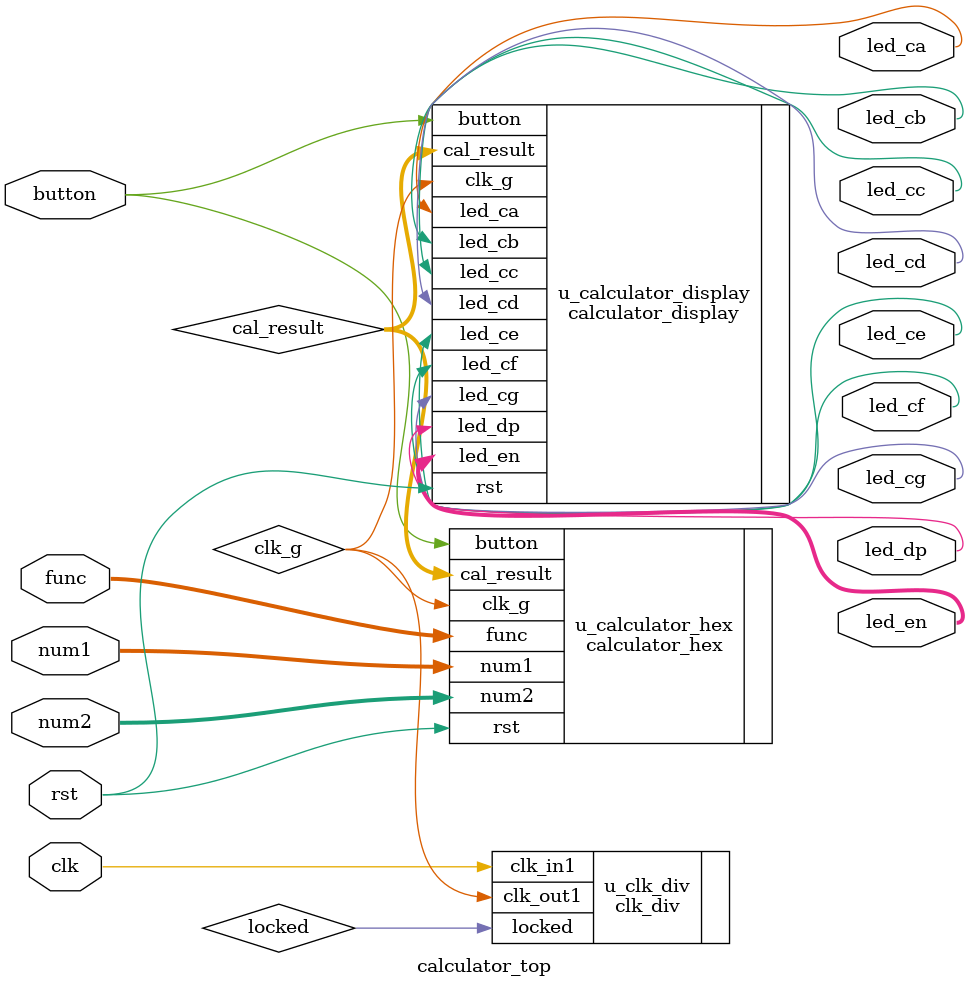
<source format=v>
module calculator_top (
    input  wire       clk   ,
	input  wire       rst   ,
	input  wire       button,
	input  wire [2:0] func  ,
	input  wire [7:0] num1  ,
	input  wire [7:0] num2  ,
 	output wire [7:0] led_en,
	output wire       led_ca,
	output wire       led_cb,
    output wire       led_cc,
	output wire       led_cd,
	output wire       led_ce,
	output wire       led_cf,
	output wire       led_cg,
	output wire       led_dp 
);

wire        clk_g     ;
wire [31:0] cal_result;
wire locked;

clk_div u_clk_div (
    .clk_in1  (clk   ),
	.clk_out1 (clk_g ),
	.locked   (locked)
);

calculator_hex u_calculator_hex (
    .clk_g      (clk_g     ),
	.rst        (rst       ),
    .button     (button    ),
    .func       (func      ),
    .num1       (num1      ),
    .num2       (num2      ),
	.cal_result (cal_result) 
);

calculator_display u_calculator_display (
    .clk_g      (clk_g     ),
	.rst        (rst       ),
    .button     (button    ),
	.cal_result (cal_result),
	.led_en     (led_en    ),
	.led_ca     (led_ca    ),
	.led_cb     (led_cb    ),
	.led_cc     (led_cc    ),
	.led_cd     (led_cd    ),
	.led_ce     (led_ce    ),
	.led_cf     (led_cf    ),
	.led_cg     (led_cg    ),
	.led_dp     (led_dp    )
);

endmodule
</source>
